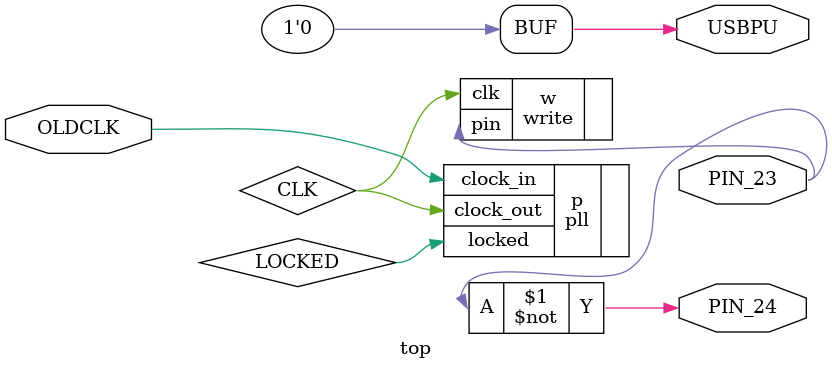
<source format=v>


module top (
    input OLDCLK,     // 16MHz clock
    output PIN_23,     // 1kHz pin
    output PIN_24,     // 1kHz pin
    output USBPU      // USB pull-up resistor
);
    // drive USB pull-up resistor to '0' to disable USB
    assign USBPU = 0;

    wire CLK;
    wire LOCKED;

    assign PIN_24 = ~PIN_23;


    pll p (
              .clock_in(OLDCLK),
              .clock_out(CLK),
              .locked(LOCKED)
          );

    write w (
              .clk(CLK),
              .pin(PIN_23)
            );


endmodule

</source>
